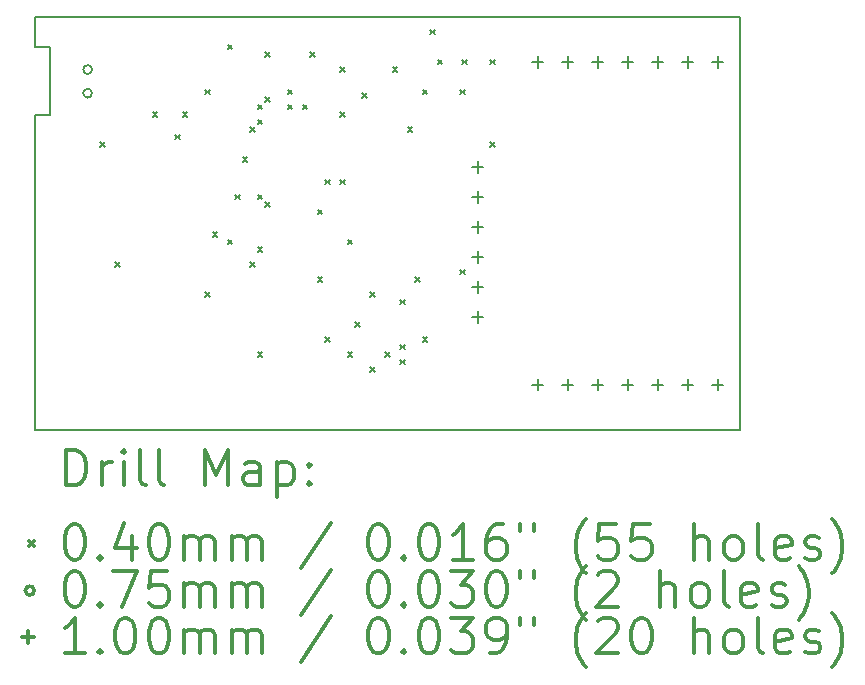
<source format=gbr>
%FSLAX45Y45*%
G04 Gerber Fmt 4.5, Leading zero omitted, Abs format (unit mm)*
G04 Created by KiCad (PCBNEW 4.0.7-e1-6374~58~ubuntu16.04.1) date Wed Aug  2 10:38:59 2017*
%MOMM*%
%LPD*%
G01*
G04 APERTURE LIST*
%ADD10C,0.127000*%
%ADD11C,0.150000*%
%ADD12C,0.200000*%
%ADD13C,0.300000*%
G04 APERTURE END LIST*
D10*
D11*
X10858500Y-11811000D02*
X10858500Y-14478000D01*
X10985500Y-11811000D02*
X10858500Y-11811000D01*
X10985500Y-11239500D02*
X10985500Y-11811000D01*
X10858500Y-11239500D02*
X10985500Y-11239500D01*
X10858500Y-10985500D02*
X10858500Y-11239500D01*
X16827500Y-10985500D02*
X10858500Y-10985500D01*
X16827500Y-14478000D02*
X16827500Y-10985500D01*
X10858500Y-14478000D02*
X16827500Y-14478000D01*
D12*
X11410000Y-12045000D02*
X11450000Y-12085000D01*
X11450000Y-12045000D02*
X11410000Y-12085000D01*
X11537000Y-13061000D02*
X11577000Y-13101000D01*
X11577000Y-13061000D02*
X11537000Y-13101000D01*
X11854500Y-11791000D02*
X11894500Y-11831000D01*
X11894500Y-11791000D02*
X11854500Y-11831000D01*
X12045000Y-11981500D02*
X12085000Y-12021500D01*
X12085000Y-11981500D02*
X12045000Y-12021500D01*
X12108500Y-11791000D02*
X12148500Y-11831000D01*
X12148500Y-11791000D02*
X12108500Y-11831000D01*
X12299000Y-11600500D02*
X12339000Y-11640500D01*
X12339000Y-11600500D02*
X12299000Y-11640500D01*
X12299000Y-13315000D02*
X12339000Y-13355000D01*
X12339000Y-13315000D02*
X12299000Y-13355000D01*
X12362500Y-12807000D02*
X12402500Y-12847000D01*
X12402500Y-12807000D02*
X12362500Y-12847000D01*
X12489500Y-11219500D02*
X12529500Y-11259500D01*
X12529500Y-11219500D02*
X12489500Y-11259500D01*
X12489500Y-12870500D02*
X12529500Y-12910500D01*
X12529500Y-12870500D02*
X12489500Y-12910500D01*
X12553000Y-12489500D02*
X12593000Y-12529500D01*
X12593000Y-12489500D02*
X12553000Y-12529500D01*
X12616500Y-12172000D02*
X12656500Y-12212000D01*
X12656500Y-12172000D02*
X12616500Y-12212000D01*
X12680000Y-11918000D02*
X12720000Y-11958000D01*
X12720000Y-11918000D02*
X12680000Y-11958000D01*
X12680000Y-13061000D02*
X12720000Y-13101000D01*
X12720000Y-13061000D02*
X12680000Y-13101000D01*
X12743500Y-11727500D02*
X12783500Y-11767500D01*
X12783500Y-11727500D02*
X12743500Y-11767500D01*
X12743500Y-11854500D02*
X12783500Y-11894500D01*
X12783500Y-11854500D02*
X12743500Y-11894500D01*
X12743500Y-12489500D02*
X12783500Y-12529500D01*
X12783500Y-12489500D02*
X12743500Y-12529500D01*
X12743500Y-12934000D02*
X12783500Y-12974000D01*
X12783500Y-12934000D02*
X12743500Y-12974000D01*
X12743500Y-13823000D02*
X12783500Y-13863000D01*
X12783500Y-13823000D02*
X12743500Y-13863000D01*
X12807000Y-11283000D02*
X12847000Y-11323000D01*
X12847000Y-11283000D02*
X12807000Y-11323000D01*
X12807000Y-11664000D02*
X12847000Y-11704000D01*
X12847000Y-11664000D02*
X12807000Y-11704000D01*
X12807000Y-12553000D02*
X12847000Y-12593000D01*
X12847000Y-12553000D02*
X12807000Y-12593000D01*
X12997500Y-11600500D02*
X13037500Y-11640500D01*
X13037500Y-11600500D02*
X12997500Y-11640500D01*
X12997500Y-11727500D02*
X13037500Y-11767500D01*
X13037500Y-11727500D02*
X12997500Y-11767500D01*
X13124500Y-11727500D02*
X13164500Y-11767500D01*
X13164500Y-11727500D02*
X13124500Y-11767500D01*
X13188000Y-11283000D02*
X13228000Y-11323000D01*
X13228000Y-11283000D02*
X13188000Y-11323000D01*
X13251500Y-12616500D02*
X13291500Y-12656500D01*
X13291500Y-12616500D02*
X13251500Y-12656500D01*
X13251500Y-13188000D02*
X13291500Y-13228000D01*
X13291500Y-13188000D02*
X13251500Y-13228000D01*
X13315000Y-12362500D02*
X13355000Y-12402500D01*
X13355000Y-12362500D02*
X13315000Y-12402500D01*
X13315000Y-13696000D02*
X13355000Y-13736000D01*
X13355000Y-13696000D02*
X13315000Y-13736000D01*
X13442000Y-11410000D02*
X13482000Y-11450000D01*
X13482000Y-11410000D02*
X13442000Y-11450000D01*
X13442000Y-11791000D02*
X13482000Y-11831000D01*
X13482000Y-11791000D02*
X13442000Y-11831000D01*
X13442000Y-12362500D02*
X13482000Y-12402500D01*
X13482000Y-12362500D02*
X13442000Y-12402500D01*
X13505500Y-12870500D02*
X13545500Y-12910500D01*
X13545500Y-12870500D02*
X13505500Y-12910500D01*
X13505500Y-13823000D02*
X13545500Y-13863000D01*
X13545500Y-13823000D02*
X13505500Y-13863000D01*
X13569000Y-13569000D02*
X13609000Y-13609000D01*
X13609000Y-13569000D02*
X13569000Y-13609000D01*
X13628500Y-11632000D02*
X13668500Y-11672000D01*
X13668500Y-11632000D02*
X13628500Y-11672000D01*
X13696000Y-13315000D02*
X13736000Y-13355000D01*
X13736000Y-13315000D02*
X13696000Y-13355000D01*
X13696000Y-13950000D02*
X13736000Y-13990000D01*
X13736000Y-13950000D02*
X13696000Y-13990000D01*
X13823000Y-13823000D02*
X13863000Y-13863000D01*
X13863000Y-13823000D02*
X13823000Y-13863000D01*
X13886500Y-11410000D02*
X13926500Y-11450000D01*
X13926500Y-11410000D02*
X13886500Y-11450000D01*
X13950000Y-13378500D02*
X13990000Y-13418500D01*
X13990000Y-13378500D02*
X13950000Y-13418500D01*
X13950000Y-13759500D02*
X13990000Y-13799500D01*
X13990000Y-13759500D02*
X13950000Y-13799500D01*
X13950000Y-13886500D02*
X13990000Y-13926500D01*
X13990000Y-13886500D02*
X13950000Y-13926500D01*
X14013500Y-11918000D02*
X14053500Y-11958000D01*
X14053500Y-11918000D02*
X14013500Y-11958000D01*
X14077000Y-13188000D02*
X14117000Y-13228000D01*
X14117000Y-13188000D02*
X14077000Y-13228000D01*
X14140500Y-11600500D02*
X14180500Y-11640500D01*
X14180500Y-11600500D02*
X14140500Y-11640500D01*
X14140500Y-13696000D02*
X14180500Y-13736000D01*
X14180500Y-13696000D02*
X14140500Y-13736000D01*
X14204000Y-11092500D02*
X14244000Y-11132500D01*
X14244000Y-11092500D02*
X14204000Y-11132500D01*
X14267500Y-11346500D02*
X14307500Y-11386500D01*
X14307500Y-11346500D02*
X14267500Y-11386500D01*
X14458000Y-11600500D02*
X14498000Y-11640500D01*
X14498000Y-11600500D02*
X14458000Y-11640500D01*
X14458000Y-13124500D02*
X14498000Y-13164500D01*
X14498000Y-13124500D02*
X14458000Y-13164500D01*
X14475000Y-11346500D02*
X14515000Y-11386500D01*
X14515000Y-11346500D02*
X14475000Y-11386500D01*
X14712000Y-11346500D02*
X14752000Y-11386500D01*
X14752000Y-11346500D02*
X14712000Y-11386500D01*
X14712000Y-12045000D02*
X14752000Y-12085000D01*
X14752000Y-12045000D02*
X14712000Y-12085000D01*
X11340500Y-11430000D02*
G75*
G03X11340500Y-11430000I-37500J0D01*
G01*
X11340500Y-11630000D02*
G75*
G03X11340500Y-11630000I-37500J0D01*
G01*
X14605000Y-12205500D02*
X14605000Y-12305500D01*
X14555000Y-12255500D02*
X14655000Y-12255500D01*
X14605000Y-12459500D02*
X14605000Y-12559500D01*
X14555000Y-12509500D02*
X14655000Y-12509500D01*
X14605000Y-12713500D02*
X14605000Y-12813500D01*
X14555000Y-12763500D02*
X14655000Y-12763500D01*
X14605000Y-12967500D02*
X14605000Y-13067500D01*
X14555000Y-13017500D02*
X14655000Y-13017500D01*
X14605000Y-13221500D02*
X14605000Y-13321500D01*
X14555000Y-13271500D02*
X14655000Y-13271500D01*
X14605000Y-13475500D02*
X14605000Y-13575500D01*
X14555000Y-13525500D02*
X14655000Y-13525500D01*
X15113000Y-11316500D02*
X15113000Y-11416500D01*
X15063000Y-11366500D02*
X15163000Y-11366500D01*
X15113000Y-14047000D02*
X15113000Y-14147000D01*
X15063000Y-14097000D02*
X15163000Y-14097000D01*
X15367000Y-11316500D02*
X15367000Y-11416500D01*
X15317000Y-11366500D02*
X15417000Y-11366500D01*
X15367000Y-14047000D02*
X15367000Y-14147000D01*
X15317000Y-14097000D02*
X15417000Y-14097000D01*
X15621000Y-11316500D02*
X15621000Y-11416500D01*
X15571000Y-11366500D02*
X15671000Y-11366500D01*
X15621000Y-14047000D02*
X15621000Y-14147000D01*
X15571000Y-14097000D02*
X15671000Y-14097000D01*
X15875000Y-11316500D02*
X15875000Y-11416500D01*
X15825000Y-11366500D02*
X15925000Y-11366500D01*
X15875000Y-14047000D02*
X15875000Y-14147000D01*
X15825000Y-14097000D02*
X15925000Y-14097000D01*
X16129000Y-11316500D02*
X16129000Y-11416500D01*
X16079000Y-11366500D02*
X16179000Y-11366500D01*
X16129000Y-14047000D02*
X16129000Y-14147000D01*
X16079000Y-14097000D02*
X16179000Y-14097000D01*
X16383000Y-11316500D02*
X16383000Y-11416500D01*
X16333000Y-11366500D02*
X16433000Y-11366500D01*
X16383000Y-14047000D02*
X16383000Y-14147000D01*
X16333000Y-14097000D02*
X16433000Y-14097000D01*
X16637000Y-11316500D02*
X16637000Y-11416500D01*
X16587000Y-11366500D02*
X16687000Y-11366500D01*
X16637000Y-14047000D02*
X16637000Y-14147000D01*
X16587000Y-14097000D02*
X16687000Y-14097000D01*
D13*
X11122429Y-14951214D02*
X11122429Y-14651214D01*
X11193857Y-14651214D01*
X11236714Y-14665500D01*
X11265286Y-14694071D01*
X11279571Y-14722643D01*
X11293857Y-14779786D01*
X11293857Y-14822643D01*
X11279571Y-14879786D01*
X11265286Y-14908357D01*
X11236714Y-14936929D01*
X11193857Y-14951214D01*
X11122429Y-14951214D01*
X11422428Y-14951214D02*
X11422428Y-14751214D01*
X11422428Y-14808357D02*
X11436714Y-14779786D01*
X11451000Y-14765500D01*
X11479571Y-14751214D01*
X11508143Y-14751214D01*
X11608143Y-14951214D02*
X11608143Y-14751214D01*
X11608143Y-14651214D02*
X11593857Y-14665500D01*
X11608143Y-14679786D01*
X11622428Y-14665500D01*
X11608143Y-14651214D01*
X11608143Y-14679786D01*
X11793857Y-14951214D02*
X11765286Y-14936929D01*
X11751000Y-14908357D01*
X11751000Y-14651214D01*
X11951000Y-14951214D02*
X11922428Y-14936929D01*
X11908143Y-14908357D01*
X11908143Y-14651214D01*
X12293857Y-14951214D02*
X12293857Y-14651214D01*
X12393857Y-14865500D01*
X12493857Y-14651214D01*
X12493857Y-14951214D01*
X12765286Y-14951214D02*
X12765286Y-14794071D01*
X12751000Y-14765500D01*
X12722428Y-14751214D01*
X12665286Y-14751214D01*
X12636714Y-14765500D01*
X12765286Y-14936929D02*
X12736714Y-14951214D01*
X12665286Y-14951214D01*
X12636714Y-14936929D01*
X12622428Y-14908357D01*
X12622428Y-14879786D01*
X12636714Y-14851214D01*
X12665286Y-14836929D01*
X12736714Y-14836929D01*
X12765286Y-14822643D01*
X12908143Y-14751214D02*
X12908143Y-15051214D01*
X12908143Y-14765500D02*
X12936714Y-14751214D01*
X12993857Y-14751214D01*
X13022428Y-14765500D01*
X13036714Y-14779786D01*
X13051000Y-14808357D01*
X13051000Y-14894071D01*
X13036714Y-14922643D01*
X13022428Y-14936929D01*
X12993857Y-14951214D01*
X12936714Y-14951214D01*
X12908143Y-14936929D01*
X13179571Y-14922643D02*
X13193857Y-14936929D01*
X13179571Y-14951214D01*
X13165286Y-14936929D01*
X13179571Y-14922643D01*
X13179571Y-14951214D01*
X13179571Y-14765500D02*
X13193857Y-14779786D01*
X13179571Y-14794071D01*
X13165286Y-14779786D01*
X13179571Y-14765500D01*
X13179571Y-14794071D01*
X10811000Y-15425500D02*
X10851000Y-15465500D01*
X10851000Y-15425500D02*
X10811000Y-15465500D01*
X11179571Y-15281214D02*
X11208143Y-15281214D01*
X11236714Y-15295500D01*
X11251000Y-15309786D01*
X11265286Y-15338357D01*
X11279571Y-15395500D01*
X11279571Y-15466929D01*
X11265286Y-15524071D01*
X11251000Y-15552643D01*
X11236714Y-15566929D01*
X11208143Y-15581214D01*
X11179571Y-15581214D01*
X11151000Y-15566929D01*
X11136714Y-15552643D01*
X11122429Y-15524071D01*
X11108143Y-15466929D01*
X11108143Y-15395500D01*
X11122429Y-15338357D01*
X11136714Y-15309786D01*
X11151000Y-15295500D01*
X11179571Y-15281214D01*
X11408143Y-15552643D02*
X11422428Y-15566929D01*
X11408143Y-15581214D01*
X11393857Y-15566929D01*
X11408143Y-15552643D01*
X11408143Y-15581214D01*
X11679571Y-15381214D02*
X11679571Y-15581214D01*
X11608143Y-15266929D02*
X11536714Y-15481214D01*
X11722428Y-15481214D01*
X11893857Y-15281214D02*
X11922428Y-15281214D01*
X11951000Y-15295500D01*
X11965286Y-15309786D01*
X11979571Y-15338357D01*
X11993857Y-15395500D01*
X11993857Y-15466929D01*
X11979571Y-15524071D01*
X11965286Y-15552643D01*
X11951000Y-15566929D01*
X11922428Y-15581214D01*
X11893857Y-15581214D01*
X11865286Y-15566929D01*
X11851000Y-15552643D01*
X11836714Y-15524071D01*
X11822428Y-15466929D01*
X11822428Y-15395500D01*
X11836714Y-15338357D01*
X11851000Y-15309786D01*
X11865286Y-15295500D01*
X11893857Y-15281214D01*
X12122428Y-15581214D02*
X12122428Y-15381214D01*
X12122428Y-15409786D02*
X12136714Y-15395500D01*
X12165286Y-15381214D01*
X12208143Y-15381214D01*
X12236714Y-15395500D01*
X12251000Y-15424071D01*
X12251000Y-15581214D01*
X12251000Y-15424071D02*
X12265286Y-15395500D01*
X12293857Y-15381214D01*
X12336714Y-15381214D01*
X12365286Y-15395500D01*
X12379571Y-15424071D01*
X12379571Y-15581214D01*
X12522428Y-15581214D02*
X12522428Y-15381214D01*
X12522428Y-15409786D02*
X12536714Y-15395500D01*
X12565286Y-15381214D01*
X12608143Y-15381214D01*
X12636714Y-15395500D01*
X12651000Y-15424071D01*
X12651000Y-15581214D01*
X12651000Y-15424071D02*
X12665286Y-15395500D01*
X12693857Y-15381214D01*
X12736714Y-15381214D01*
X12765286Y-15395500D01*
X12779571Y-15424071D01*
X12779571Y-15581214D01*
X13365286Y-15266929D02*
X13108143Y-15652643D01*
X13751000Y-15281214D02*
X13779571Y-15281214D01*
X13808143Y-15295500D01*
X13822428Y-15309786D01*
X13836714Y-15338357D01*
X13851000Y-15395500D01*
X13851000Y-15466929D01*
X13836714Y-15524071D01*
X13822428Y-15552643D01*
X13808143Y-15566929D01*
X13779571Y-15581214D01*
X13751000Y-15581214D01*
X13722428Y-15566929D01*
X13708143Y-15552643D01*
X13693857Y-15524071D01*
X13679571Y-15466929D01*
X13679571Y-15395500D01*
X13693857Y-15338357D01*
X13708143Y-15309786D01*
X13722428Y-15295500D01*
X13751000Y-15281214D01*
X13979571Y-15552643D02*
X13993857Y-15566929D01*
X13979571Y-15581214D01*
X13965286Y-15566929D01*
X13979571Y-15552643D01*
X13979571Y-15581214D01*
X14179571Y-15281214D02*
X14208143Y-15281214D01*
X14236714Y-15295500D01*
X14251000Y-15309786D01*
X14265285Y-15338357D01*
X14279571Y-15395500D01*
X14279571Y-15466929D01*
X14265285Y-15524071D01*
X14251000Y-15552643D01*
X14236714Y-15566929D01*
X14208143Y-15581214D01*
X14179571Y-15581214D01*
X14151000Y-15566929D01*
X14136714Y-15552643D01*
X14122428Y-15524071D01*
X14108143Y-15466929D01*
X14108143Y-15395500D01*
X14122428Y-15338357D01*
X14136714Y-15309786D01*
X14151000Y-15295500D01*
X14179571Y-15281214D01*
X14565285Y-15581214D02*
X14393857Y-15581214D01*
X14479571Y-15581214D02*
X14479571Y-15281214D01*
X14451000Y-15324071D01*
X14422428Y-15352643D01*
X14393857Y-15366929D01*
X14822428Y-15281214D02*
X14765285Y-15281214D01*
X14736714Y-15295500D01*
X14722428Y-15309786D01*
X14693857Y-15352643D01*
X14679571Y-15409786D01*
X14679571Y-15524071D01*
X14693857Y-15552643D01*
X14708143Y-15566929D01*
X14736714Y-15581214D01*
X14793857Y-15581214D01*
X14822428Y-15566929D01*
X14836714Y-15552643D01*
X14851000Y-15524071D01*
X14851000Y-15452643D01*
X14836714Y-15424071D01*
X14822428Y-15409786D01*
X14793857Y-15395500D01*
X14736714Y-15395500D01*
X14708143Y-15409786D01*
X14693857Y-15424071D01*
X14679571Y-15452643D01*
X14965286Y-15281214D02*
X14965286Y-15338357D01*
X15079571Y-15281214D02*
X15079571Y-15338357D01*
X15522428Y-15695500D02*
X15508143Y-15681214D01*
X15479571Y-15638357D01*
X15465285Y-15609786D01*
X15451000Y-15566929D01*
X15436714Y-15495500D01*
X15436714Y-15438357D01*
X15451000Y-15366929D01*
X15465285Y-15324071D01*
X15479571Y-15295500D01*
X15508143Y-15252643D01*
X15522428Y-15238357D01*
X15779571Y-15281214D02*
X15636714Y-15281214D01*
X15622428Y-15424071D01*
X15636714Y-15409786D01*
X15665285Y-15395500D01*
X15736714Y-15395500D01*
X15765285Y-15409786D01*
X15779571Y-15424071D01*
X15793857Y-15452643D01*
X15793857Y-15524071D01*
X15779571Y-15552643D01*
X15765285Y-15566929D01*
X15736714Y-15581214D01*
X15665285Y-15581214D01*
X15636714Y-15566929D01*
X15622428Y-15552643D01*
X16065285Y-15281214D02*
X15922428Y-15281214D01*
X15908143Y-15424071D01*
X15922428Y-15409786D01*
X15951000Y-15395500D01*
X16022428Y-15395500D01*
X16051000Y-15409786D01*
X16065285Y-15424071D01*
X16079571Y-15452643D01*
X16079571Y-15524071D01*
X16065285Y-15552643D01*
X16051000Y-15566929D01*
X16022428Y-15581214D01*
X15951000Y-15581214D01*
X15922428Y-15566929D01*
X15908143Y-15552643D01*
X16436714Y-15581214D02*
X16436714Y-15281214D01*
X16565285Y-15581214D02*
X16565285Y-15424071D01*
X16551000Y-15395500D01*
X16522428Y-15381214D01*
X16479571Y-15381214D01*
X16451000Y-15395500D01*
X16436714Y-15409786D01*
X16751000Y-15581214D02*
X16722428Y-15566929D01*
X16708143Y-15552643D01*
X16693857Y-15524071D01*
X16693857Y-15438357D01*
X16708143Y-15409786D01*
X16722428Y-15395500D01*
X16751000Y-15381214D01*
X16793857Y-15381214D01*
X16822428Y-15395500D01*
X16836714Y-15409786D01*
X16851000Y-15438357D01*
X16851000Y-15524071D01*
X16836714Y-15552643D01*
X16822428Y-15566929D01*
X16793857Y-15581214D01*
X16751000Y-15581214D01*
X17022428Y-15581214D02*
X16993857Y-15566929D01*
X16979571Y-15538357D01*
X16979571Y-15281214D01*
X17251000Y-15566929D02*
X17222429Y-15581214D01*
X17165286Y-15581214D01*
X17136714Y-15566929D01*
X17122429Y-15538357D01*
X17122429Y-15424071D01*
X17136714Y-15395500D01*
X17165286Y-15381214D01*
X17222429Y-15381214D01*
X17251000Y-15395500D01*
X17265286Y-15424071D01*
X17265286Y-15452643D01*
X17122429Y-15481214D01*
X17379571Y-15566929D02*
X17408143Y-15581214D01*
X17465286Y-15581214D01*
X17493857Y-15566929D01*
X17508143Y-15538357D01*
X17508143Y-15524071D01*
X17493857Y-15495500D01*
X17465286Y-15481214D01*
X17422429Y-15481214D01*
X17393857Y-15466929D01*
X17379571Y-15438357D01*
X17379571Y-15424071D01*
X17393857Y-15395500D01*
X17422429Y-15381214D01*
X17465286Y-15381214D01*
X17493857Y-15395500D01*
X17608143Y-15695500D02*
X17622429Y-15681214D01*
X17651000Y-15638357D01*
X17665286Y-15609786D01*
X17679571Y-15566929D01*
X17693857Y-15495500D01*
X17693857Y-15438357D01*
X17679571Y-15366929D01*
X17665286Y-15324071D01*
X17651000Y-15295500D01*
X17622429Y-15252643D01*
X17608143Y-15238357D01*
X10851000Y-15841500D02*
G75*
G03X10851000Y-15841500I-37500J0D01*
G01*
X11179571Y-15677214D02*
X11208143Y-15677214D01*
X11236714Y-15691500D01*
X11251000Y-15705786D01*
X11265286Y-15734357D01*
X11279571Y-15791500D01*
X11279571Y-15862929D01*
X11265286Y-15920071D01*
X11251000Y-15948643D01*
X11236714Y-15962929D01*
X11208143Y-15977214D01*
X11179571Y-15977214D01*
X11151000Y-15962929D01*
X11136714Y-15948643D01*
X11122429Y-15920071D01*
X11108143Y-15862929D01*
X11108143Y-15791500D01*
X11122429Y-15734357D01*
X11136714Y-15705786D01*
X11151000Y-15691500D01*
X11179571Y-15677214D01*
X11408143Y-15948643D02*
X11422428Y-15962929D01*
X11408143Y-15977214D01*
X11393857Y-15962929D01*
X11408143Y-15948643D01*
X11408143Y-15977214D01*
X11522428Y-15677214D02*
X11722428Y-15677214D01*
X11593857Y-15977214D01*
X11979571Y-15677214D02*
X11836714Y-15677214D01*
X11822428Y-15820071D01*
X11836714Y-15805786D01*
X11865286Y-15791500D01*
X11936714Y-15791500D01*
X11965286Y-15805786D01*
X11979571Y-15820071D01*
X11993857Y-15848643D01*
X11993857Y-15920071D01*
X11979571Y-15948643D01*
X11965286Y-15962929D01*
X11936714Y-15977214D01*
X11865286Y-15977214D01*
X11836714Y-15962929D01*
X11822428Y-15948643D01*
X12122428Y-15977214D02*
X12122428Y-15777214D01*
X12122428Y-15805786D02*
X12136714Y-15791500D01*
X12165286Y-15777214D01*
X12208143Y-15777214D01*
X12236714Y-15791500D01*
X12251000Y-15820071D01*
X12251000Y-15977214D01*
X12251000Y-15820071D02*
X12265286Y-15791500D01*
X12293857Y-15777214D01*
X12336714Y-15777214D01*
X12365286Y-15791500D01*
X12379571Y-15820071D01*
X12379571Y-15977214D01*
X12522428Y-15977214D02*
X12522428Y-15777214D01*
X12522428Y-15805786D02*
X12536714Y-15791500D01*
X12565286Y-15777214D01*
X12608143Y-15777214D01*
X12636714Y-15791500D01*
X12651000Y-15820071D01*
X12651000Y-15977214D01*
X12651000Y-15820071D02*
X12665286Y-15791500D01*
X12693857Y-15777214D01*
X12736714Y-15777214D01*
X12765286Y-15791500D01*
X12779571Y-15820071D01*
X12779571Y-15977214D01*
X13365286Y-15662929D02*
X13108143Y-16048643D01*
X13751000Y-15677214D02*
X13779571Y-15677214D01*
X13808143Y-15691500D01*
X13822428Y-15705786D01*
X13836714Y-15734357D01*
X13851000Y-15791500D01*
X13851000Y-15862929D01*
X13836714Y-15920071D01*
X13822428Y-15948643D01*
X13808143Y-15962929D01*
X13779571Y-15977214D01*
X13751000Y-15977214D01*
X13722428Y-15962929D01*
X13708143Y-15948643D01*
X13693857Y-15920071D01*
X13679571Y-15862929D01*
X13679571Y-15791500D01*
X13693857Y-15734357D01*
X13708143Y-15705786D01*
X13722428Y-15691500D01*
X13751000Y-15677214D01*
X13979571Y-15948643D02*
X13993857Y-15962929D01*
X13979571Y-15977214D01*
X13965286Y-15962929D01*
X13979571Y-15948643D01*
X13979571Y-15977214D01*
X14179571Y-15677214D02*
X14208143Y-15677214D01*
X14236714Y-15691500D01*
X14251000Y-15705786D01*
X14265285Y-15734357D01*
X14279571Y-15791500D01*
X14279571Y-15862929D01*
X14265285Y-15920071D01*
X14251000Y-15948643D01*
X14236714Y-15962929D01*
X14208143Y-15977214D01*
X14179571Y-15977214D01*
X14151000Y-15962929D01*
X14136714Y-15948643D01*
X14122428Y-15920071D01*
X14108143Y-15862929D01*
X14108143Y-15791500D01*
X14122428Y-15734357D01*
X14136714Y-15705786D01*
X14151000Y-15691500D01*
X14179571Y-15677214D01*
X14379571Y-15677214D02*
X14565285Y-15677214D01*
X14465285Y-15791500D01*
X14508143Y-15791500D01*
X14536714Y-15805786D01*
X14551000Y-15820071D01*
X14565285Y-15848643D01*
X14565285Y-15920071D01*
X14551000Y-15948643D01*
X14536714Y-15962929D01*
X14508143Y-15977214D01*
X14422428Y-15977214D01*
X14393857Y-15962929D01*
X14379571Y-15948643D01*
X14751000Y-15677214D02*
X14779571Y-15677214D01*
X14808143Y-15691500D01*
X14822428Y-15705786D01*
X14836714Y-15734357D01*
X14851000Y-15791500D01*
X14851000Y-15862929D01*
X14836714Y-15920071D01*
X14822428Y-15948643D01*
X14808143Y-15962929D01*
X14779571Y-15977214D01*
X14751000Y-15977214D01*
X14722428Y-15962929D01*
X14708143Y-15948643D01*
X14693857Y-15920071D01*
X14679571Y-15862929D01*
X14679571Y-15791500D01*
X14693857Y-15734357D01*
X14708143Y-15705786D01*
X14722428Y-15691500D01*
X14751000Y-15677214D01*
X14965286Y-15677214D02*
X14965286Y-15734357D01*
X15079571Y-15677214D02*
X15079571Y-15734357D01*
X15522428Y-16091500D02*
X15508143Y-16077214D01*
X15479571Y-16034357D01*
X15465285Y-16005786D01*
X15451000Y-15962929D01*
X15436714Y-15891500D01*
X15436714Y-15834357D01*
X15451000Y-15762929D01*
X15465285Y-15720071D01*
X15479571Y-15691500D01*
X15508143Y-15648643D01*
X15522428Y-15634357D01*
X15622428Y-15705786D02*
X15636714Y-15691500D01*
X15665285Y-15677214D01*
X15736714Y-15677214D01*
X15765285Y-15691500D01*
X15779571Y-15705786D01*
X15793857Y-15734357D01*
X15793857Y-15762929D01*
X15779571Y-15805786D01*
X15608143Y-15977214D01*
X15793857Y-15977214D01*
X16151000Y-15977214D02*
X16151000Y-15677214D01*
X16279571Y-15977214D02*
X16279571Y-15820071D01*
X16265285Y-15791500D01*
X16236714Y-15777214D01*
X16193857Y-15777214D01*
X16165285Y-15791500D01*
X16151000Y-15805786D01*
X16465285Y-15977214D02*
X16436714Y-15962929D01*
X16422428Y-15948643D01*
X16408143Y-15920071D01*
X16408143Y-15834357D01*
X16422428Y-15805786D01*
X16436714Y-15791500D01*
X16465285Y-15777214D01*
X16508143Y-15777214D01*
X16536714Y-15791500D01*
X16551000Y-15805786D01*
X16565285Y-15834357D01*
X16565285Y-15920071D01*
X16551000Y-15948643D01*
X16536714Y-15962929D01*
X16508143Y-15977214D01*
X16465285Y-15977214D01*
X16736714Y-15977214D02*
X16708143Y-15962929D01*
X16693857Y-15934357D01*
X16693857Y-15677214D01*
X16965286Y-15962929D02*
X16936714Y-15977214D01*
X16879571Y-15977214D01*
X16851000Y-15962929D01*
X16836714Y-15934357D01*
X16836714Y-15820071D01*
X16851000Y-15791500D01*
X16879571Y-15777214D01*
X16936714Y-15777214D01*
X16965286Y-15791500D01*
X16979571Y-15820071D01*
X16979571Y-15848643D01*
X16836714Y-15877214D01*
X17093857Y-15962929D02*
X17122429Y-15977214D01*
X17179571Y-15977214D01*
X17208143Y-15962929D01*
X17222429Y-15934357D01*
X17222429Y-15920071D01*
X17208143Y-15891500D01*
X17179571Y-15877214D01*
X17136714Y-15877214D01*
X17108143Y-15862929D01*
X17093857Y-15834357D01*
X17093857Y-15820071D01*
X17108143Y-15791500D01*
X17136714Y-15777214D01*
X17179571Y-15777214D01*
X17208143Y-15791500D01*
X17322428Y-16091500D02*
X17336714Y-16077214D01*
X17365286Y-16034357D01*
X17379571Y-16005786D01*
X17393857Y-15962929D01*
X17408143Y-15891500D01*
X17408143Y-15834357D01*
X17393857Y-15762929D01*
X17379571Y-15720071D01*
X17365286Y-15691500D01*
X17336714Y-15648643D01*
X17322428Y-15634357D01*
X10801000Y-16187500D02*
X10801000Y-16287500D01*
X10751000Y-16237500D02*
X10851000Y-16237500D01*
X11279571Y-16373214D02*
X11108143Y-16373214D01*
X11193857Y-16373214D02*
X11193857Y-16073214D01*
X11165286Y-16116071D01*
X11136714Y-16144643D01*
X11108143Y-16158929D01*
X11408143Y-16344643D02*
X11422428Y-16358929D01*
X11408143Y-16373214D01*
X11393857Y-16358929D01*
X11408143Y-16344643D01*
X11408143Y-16373214D01*
X11608143Y-16073214D02*
X11636714Y-16073214D01*
X11665286Y-16087500D01*
X11679571Y-16101786D01*
X11693857Y-16130357D01*
X11708143Y-16187500D01*
X11708143Y-16258929D01*
X11693857Y-16316071D01*
X11679571Y-16344643D01*
X11665286Y-16358929D01*
X11636714Y-16373214D01*
X11608143Y-16373214D01*
X11579571Y-16358929D01*
X11565286Y-16344643D01*
X11551000Y-16316071D01*
X11536714Y-16258929D01*
X11536714Y-16187500D01*
X11551000Y-16130357D01*
X11565286Y-16101786D01*
X11579571Y-16087500D01*
X11608143Y-16073214D01*
X11893857Y-16073214D02*
X11922428Y-16073214D01*
X11951000Y-16087500D01*
X11965286Y-16101786D01*
X11979571Y-16130357D01*
X11993857Y-16187500D01*
X11993857Y-16258929D01*
X11979571Y-16316071D01*
X11965286Y-16344643D01*
X11951000Y-16358929D01*
X11922428Y-16373214D01*
X11893857Y-16373214D01*
X11865286Y-16358929D01*
X11851000Y-16344643D01*
X11836714Y-16316071D01*
X11822428Y-16258929D01*
X11822428Y-16187500D01*
X11836714Y-16130357D01*
X11851000Y-16101786D01*
X11865286Y-16087500D01*
X11893857Y-16073214D01*
X12122428Y-16373214D02*
X12122428Y-16173214D01*
X12122428Y-16201786D02*
X12136714Y-16187500D01*
X12165286Y-16173214D01*
X12208143Y-16173214D01*
X12236714Y-16187500D01*
X12251000Y-16216071D01*
X12251000Y-16373214D01*
X12251000Y-16216071D02*
X12265286Y-16187500D01*
X12293857Y-16173214D01*
X12336714Y-16173214D01*
X12365286Y-16187500D01*
X12379571Y-16216071D01*
X12379571Y-16373214D01*
X12522428Y-16373214D02*
X12522428Y-16173214D01*
X12522428Y-16201786D02*
X12536714Y-16187500D01*
X12565286Y-16173214D01*
X12608143Y-16173214D01*
X12636714Y-16187500D01*
X12651000Y-16216071D01*
X12651000Y-16373214D01*
X12651000Y-16216071D02*
X12665286Y-16187500D01*
X12693857Y-16173214D01*
X12736714Y-16173214D01*
X12765286Y-16187500D01*
X12779571Y-16216071D01*
X12779571Y-16373214D01*
X13365286Y-16058929D02*
X13108143Y-16444643D01*
X13751000Y-16073214D02*
X13779571Y-16073214D01*
X13808143Y-16087500D01*
X13822428Y-16101786D01*
X13836714Y-16130357D01*
X13851000Y-16187500D01*
X13851000Y-16258929D01*
X13836714Y-16316071D01*
X13822428Y-16344643D01*
X13808143Y-16358929D01*
X13779571Y-16373214D01*
X13751000Y-16373214D01*
X13722428Y-16358929D01*
X13708143Y-16344643D01*
X13693857Y-16316071D01*
X13679571Y-16258929D01*
X13679571Y-16187500D01*
X13693857Y-16130357D01*
X13708143Y-16101786D01*
X13722428Y-16087500D01*
X13751000Y-16073214D01*
X13979571Y-16344643D02*
X13993857Y-16358929D01*
X13979571Y-16373214D01*
X13965286Y-16358929D01*
X13979571Y-16344643D01*
X13979571Y-16373214D01*
X14179571Y-16073214D02*
X14208143Y-16073214D01*
X14236714Y-16087500D01*
X14251000Y-16101786D01*
X14265285Y-16130357D01*
X14279571Y-16187500D01*
X14279571Y-16258929D01*
X14265285Y-16316071D01*
X14251000Y-16344643D01*
X14236714Y-16358929D01*
X14208143Y-16373214D01*
X14179571Y-16373214D01*
X14151000Y-16358929D01*
X14136714Y-16344643D01*
X14122428Y-16316071D01*
X14108143Y-16258929D01*
X14108143Y-16187500D01*
X14122428Y-16130357D01*
X14136714Y-16101786D01*
X14151000Y-16087500D01*
X14179571Y-16073214D01*
X14379571Y-16073214D02*
X14565285Y-16073214D01*
X14465285Y-16187500D01*
X14508143Y-16187500D01*
X14536714Y-16201786D01*
X14551000Y-16216071D01*
X14565285Y-16244643D01*
X14565285Y-16316071D01*
X14551000Y-16344643D01*
X14536714Y-16358929D01*
X14508143Y-16373214D01*
X14422428Y-16373214D01*
X14393857Y-16358929D01*
X14379571Y-16344643D01*
X14708143Y-16373214D02*
X14765285Y-16373214D01*
X14793857Y-16358929D01*
X14808143Y-16344643D01*
X14836714Y-16301786D01*
X14851000Y-16244643D01*
X14851000Y-16130357D01*
X14836714Y-16101786D01*
X14822428Y-16087500D01*
X14793857Y-16073214D01*
X14736714Y-16073214D01*
X14708143Y-16087500D01*
X14693857Y-16101786D01*
X14679571Y-16130357D01*
X14679571Y-16201786D01*
X14693857Y-16230357D01*
X14708143Y-16244643D01*
X14736714Y-16258929D01*
X14793857Y-16258929D01*
X14822428Y-16244643D01*
X14836714Y-16230357D01*
X14851000Y-16201786D01*
X14965286Y-16073214D02*
X14965286Y-16130357D01*
X15079571Y-16073214D02*
X15079571Y-16130357D01*
X15522428Y-16487500D02*
X15508143Y-16473214D01*
X15479571Y-16430357D01*
X15465285Y-16401786D01*
X15451000Y-16358929D01*
X15436714Y-16287500D01*
X15436714Y-16230357D01*
X15451000Y-16158929D01*
X15465285Y-16116071D01*
X15479571Y-16087500D01*
X15508143Y-16044643D01*
X15522428Y-16030357D01*
X15622428Y-16101786D02*
X15636714Y-16087500D01*
X15665285Y-16073214D01*
X15736714Y-16073214D01*
X15765285Y-16087500D01*
X15779571Y-16101786D01*
X15793857Y-16130357D01*
X15793857Y-16158929D01*
X15779571Y-16201786D01*
X15608143Y-16373214D01*
X15793857Y-16373214D01*
X15979571Y-16073214D02*
X16008143Y-16073214D01*
X16036714Y-16087500D01*
X16051000Y-16101786D01*
X16065285Y-16130357D01*
X16079571Y-16187500D01*
X16079571Y-16258929D01*
X16065285Y-16316071D01*
X16051000Y-16344643D01*
X16036714Y-16358929D01*
X16008143Y-16373214D01*
X15979571Y-16373214D01*
X15951000Y-16358929D01*
X15936714Y-16344643D01*
X15922428Y-16316071D01*
X15908143Y-16258929D01*
X15908143Y-16187500D01*
X15922428Y-16130357D01*
X15936714Y-16101786D01*
X15951000Y-16087500D01*
X15979571Y-16073214D01*
X16436714Y-16373214D02*
X16436714Y-16073214D01*
X16565285Y-16373214D02*
X16565285Y-16216071D01*
X16551000Y-16187500D01*
X16522428Y-16173214D01*
X16479571Y-16173214D01*
X16451000Y-16187500D01*
X16436714Y-16201786D01*
X16751000Y-16373214D02*
X16722428Y-16358929D01*
X16708143Y-16344643D01*
X16693857Y-16316071D01*
X16693857Y-16230357D01*
X16708143Y-16201786D01*
X16722428Y-16187500D01*
X16751000Y-16173214D01*
X16793857Y-16173214D01*
X16822428Y-16187500D01*
X16836714Y-16201786D01*
X16851000Y-16230357D01*
X16851000Y-16316071D01*
X16836714Y-16344643D01*
X16822428Y-16358929D01*
X16793857Y-16373214D01*
X16751000Y-16373214D01*
X17022428Y-16373214D02*
X16993857Y-16358929D01*
X16979571Y-16330357D01*
X16979571Y-16073214D01*
X17251000Y-16358929D02*
X17222429Y-16373214D01*
X17165286Y-16373214D01*
X17136714Y-16358929D01*
X17122429Y-16330357D01*
X17122429Y-16216071D01*
X17136714Y-16187500D01*
X17165286Y-16173214D01*
X17222429Y-16173214D01*
X17251000Y-16187500D01*
X17265286Y-16216071D01*
X17265286Y-16244643D01*
X17122429Y-16273214D01*
X17379571Y-16358929D02*
X17408143Y-16373214D01*
X17465286Y-16373214D01*
X17493857Y-16358929D01*
X17508143Y-16330357D01*
X17508143Y-16316071D01*
X17493857Y-16287500D01*
X17465286Y-16273214D01*
X17422429Y-16273214D01*
X17393857Y-16258929D01*
X17379571Y-16230357D01*
X17379571Y-16216071D01*
X17393857Y-16187500D01*
X17422429Y-16173214D01*
X17465286Y-16173214D01*
X17493857Y-16187500D01*
X17608143Y-16487500D02*
X17622429Y-16473214D01*
X17651000Y-16430357D01*
X17665286Y-16401786D01*
X17679571Y-16358929D01*
X17693857Y-16287500D01*
X17693857Y-16230357D01*
X17679571Y-16158929D01*
X17665286Y-16116071D01*
X17651000Y-16087500D01*
X17622429Y-16044643D01*
X17608143Y-16030357D01*
M02*

</source>
